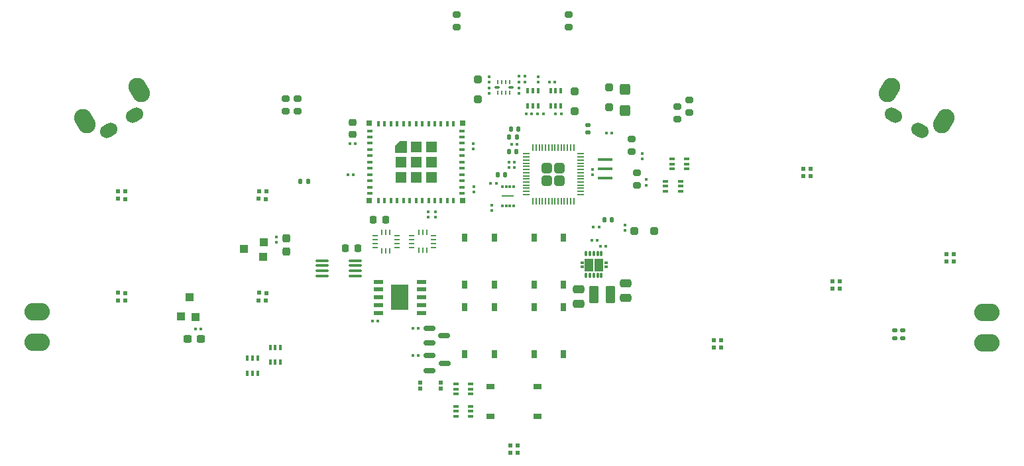
<source format=gbr>
%TF.GenerationSoftware,KiCad,Pcbnew,8.0.2*%
%TF.CreationDate,2024-06-18T23:34:14-07:00*%
%TF.ProjectId,UGC_Main,5547435f-4d61-4696-9e2e-6b696361645f,rev?*%
%TF.SameCoordinates,Original*%
%TF.FileFunction,Paste,Top*%
%TF.FilePolarity,Positive*%
%FSLAX46Y46*%
G04 Gerber Fmt 4.6, Leading zero omitted, Abs format (unit mm)*
G04 Created by KiCad (PCBNEW 8.0.2) date 2024-06-18 23:34:14*
%MOMM*%
%LPD*%
G01*
G04 APERTURE LIST*
G04 Aperture macros list*
%AMRoundRect*
0 Rectangle with rounded corners*
0 $1 Rounding radius*
0 $2 $3 $4 $5 $6 $7 $8 $9 X,Y pos of 4 corners*
0 Add a 4 corners polygon primitive as box body*
4,1,4,$2,$3,$4,$5,$6,$7,$8,$9,$2,$3,0*
0 Add four circle primitives for the rounded corners*
1,1,$1+$1,$2,$3*
1,1,$1+$1,$4,$5*
1,1,$1+$1,$6,$7*
1,1,$1+$1,$8,$9*
0 Add four rect primitives between the rounded corners*
20,1,$1+$1,$2,$3,$4,$5,0*
20,1,$1+$1,$4,$5,$6,$7,0*
20,1,$1+$1,$6,$7,$8,$9,0*
20,1,$1+$1,$8,$9,$2,$3,0*%
%AMHorizOval*
0 Thick line with rounded ends*
0 $1 width*
0 $2 $3 position (X,Y) of the first rounded end (center of the circle)*
0 $4 $5 position (X,Y) of the second rounded end (center of the circle)*
0 Add line between two ends*
20,1,$1,$2,$3,$4,$5,0*
0 Add two circle primitives to create the rounded ends*
1,1,$1,$2,$3*
1,1,$1,$4,$5*%
%AMRotRect*
0 Rectangle, with rotation*
0 The origin of the aperture is its center*
0 $1 length*
0 $2 width*
0 $3 Rotation angle, in degrees counterclockwise*
0 Add horizontal line*
21,1,$1,$2,0,0,$3*%
G04 Aperture macros list end*
%ADD10C,0.010000*%
%ADD11RoundRect,0.079500X0.100500X-0.079500X0.100500X0.079500X-0.100500X0.079500X-0.100500X-0.079500X0*%
%ADD12RoundRect,0.140000X-0.140000X-0.170000X0.140000X-0.170000X0.140000X0.170000X-0.140000X0.170000X0*%
%ADD13RoundRect,0.250000X0.475000X-0.250000X0.475000X0.250000X-0.475000X0.250000X-0.475000X-0.250000X0*%
%ADD14RoundRect,0.135000X0.185000X-0.135000X0.185000X0.135000X-0.185000X0.135000X-0.185000X-0.135000X0*%
%ADD15RoundRect,0.079500X-0.079500X-0.100500X0.079500X-0.100500X0.079500X0.100500X-0.079500X0.100500X0*%
%ADD16R,0.550000X0.500000*%
%ADD17RoundRect,0.079500X0.079500X0.100500X-0.079500X0.100500X-0.079500X-0.100500X0.079500X-0.100500X0*%
%ADD18RoundRect,0.200000X-0.275000X0.200000X-0.275000X-0.200000X0.275000X-0.200000X0.275000X0.200000X0*%
%ADD19RoundRect,0.200000X0.275000X-0.200000X0.275000X0.200000X-0.275000X0.200000X-0.275000X-0.200000X0*%
%ADD20RoundRect,0.250000X0.375000X0.850000X-0.375000X0.850000X-0.375000X-0.850000X0.375000X-0.850000X0*%
%ADD21RotRect,1.000000X1.000000X357.000000*%
%ADD22RoundRect,0.079500X-0.100500X0.079500X-0.100500X-0.079500X0.100500X-0.079500X0.100500X0.079500X0*%
%ADD23R,0.745000X0.280000*%
%ADD24R,0.280000X0.745000*%
%ADD25RoundRect,0.225000X-0.225000X-0.250000X0.225000X-0.250000X0.225000X0.250000X-0.225000X0.250000X0*%
%ADD26RoundRect,0.050000X0.075000X-0.225000X0.075000X0.225000X-0.075000X0.225000X-0.075000X-0.225000X0*%
%ADD27RoundRect,0.050000X0.050000X-0.225000X0.050000X0.225000X-0.050000X0.225000X-0.050000X-0.225000X0*%
%ADD28RoundRect,0.050000X0.250000X-0.100000X0.250000X0.100000X-0.250000X0.100000X-0.250000X-0.100000X0*%
%ADD29RoundRect,0.150000X-0.587500X-0.150000X0.587500X-0.150000X0.587500X0.150000X-0.587500X0.150000X0*%
%ADD30RoundRect,0.250000X-0.425000X0.450000X-0.425000X-0.450000X0.425000X-0.450000X0.425000X0.450000X0*%
%ADD31RoundRect,0.135000X-0.185000X0.135000X-0.185000X-0.135000X0.185000X-0.135000X0.185000X0.135000X0*%
%ADD32RotRect,0.550000X0.550000X357.000000*%
%ADD33R,1.300000X0.600000*%
%ADD34R,2.300000X3.200000*%
%ADD35RoundRect,0.140000X0.140000X0.170000X-0.140000X0.170000X-0.140000X-0.170000X0.140000X-0.170000X0*%
%ADD36R,0.550000X0.550000*%
%ADD37RoundRect,0.140000X-0.170000X0.140000X-0.170000X-0.140000X0.170000X-0.140000X0.170000X0.140000X0*%
%ADD38RoundRect,0.250000X-0.475000X0.250000X-0.475000X-0.250000X0.475000X-0.250000X0.475000X0.250000X0*%
%ADD39RoundRect,0.135000X-0.135000X-0.185000X0.135000X-0.185000X0.135000X0.185000X-0.135000X0.185000X0*%
%ADD40HorizOval,2.250000X-0.250000X0.433013X0.250000X-0.433013X0*%
%ADD41HorizOval,1.700000X0.259808X0.150000X-0.259808X-0.150000X0*%
%ADD42HorizOval,2.250000X-0.250000X-0.433013X0.250000X0.433013X0*%
%ADD43HorizOval,1.700000X0.259808X-0.150000X-0.259808X0.150000X0*%
%ADD44R,0.750000X1.000000*%
%ADD45RoundRect,0.100000X-0.225000X-0.100000X0.225000X-0.100000X0.225000X0.100000X-0.225000X0.100000X0*%
%ADD46RoundRect,0.249999X0.395001X-0.395001X0.395001X0.395001X-0.395001X0.395001X-0.395001X-0.395001X0*%
%ADD47RoundRect,0.050000X0.050000X-0.387500X0.050000X0.387500X-0.050000X0.387500X-0.050000X-0.387500X0*%
%ADD48RoundRect,0.050000X0.387500X-0.050000X0.387500X0.050000X-0.387500X0.050000X-0.387500X-0.050000X0*%
%ADD49RoundRect,0.250000X0.250000X-0.250000X0.250000X0.250000X-0.250000X0.250000X-0.250000X-0.250000X0*%
%ADD50RoundRect,0.100000X0.100000X-0.225000X0.100000X0.225000X-0.100000X0.225000X-0.100000X-0.225000X0*%
%ADD51RoundRect,0.100000X-0.712500X-0.100000X0.712500X-0.100000X0.712500X0.100000X-0.712500X0.100000X0*%
%ADD52RoundRect,0.100000X0.225000X0.100000X-0.225000X0.100000X-0.225000X-0.100000X0.225000X-0.100000X0*%
%ADD53R,1.000000X0.750000*%
%ADD54R,1.900000X0.400000*%
%ADD55RoundRect,0.237500X-0.300000X-0.237500X0.300000X-0.237500X0.300000X0.237500X-0.300000X0.237500X0*%
%ADD56RotRect,1.000000X1.000000X267.000000*%
%ADD57RoundRect,0.225000X0.250000X-0.225000X0.250000X0.225000X-0.250000X0.225000X-0.250000X-0.225000X0*%
%ADD58RoundRect,0.250000X-0.250000X0.250000X-0.250000X-0.250000X0.250000X-0.250000X0.250000X0.250000X0*%
%ADD59RoundRect,0.237500X0.237500X-0.300000X0.237500X0.300000X-0.237500X0.300000X-0.237500X-0.300000X0*%
%ADD60R,0.800000X0.400000*%
%ADD61R,0.400000X0.800000*%
%ADD62R,1.450000X1.450000*%
%ADD63R,0.700000X0.700000*%
%ADD64RoundRect,0.007200X0.112800X-0.292800X0.112800X0.292800X-0.112800X0.292800X-0.112800X-0.292800X0*%
%ADD65O,3.250000X2.250000*%
%ADD66RoundRect,0.250000X0.250000X0.250000X-0.250000X0.250000X-0.250000X-0.250000X0.250000X-0.250000X0*%
%ADD67R,0.300000X0.400000*%
%ADD68R,1.600000X0.200000*%
G04 APERTURE END LIST*
D10*
%TO.C,U1*%
X204711000Y-104629800D02*
X203261000Y-104629800D01*
X203261000Y-103779800D01*
X203861000Y-103179800D01*
X204711000Y-103179800D01*
X204711000Y-104629800D01*
G36*
X204711000Y-104629800D02*
G01*
X203261000Y-104629800D01*
X203261000Y-103779800D01*
X203861000Y-103179800D01*
X204711000Y-103179800D01*
X204711000Y-104629800D01*
G37*
%TO.C,U4*%
X227265400Y-118848600D02*
X226925400Y-118848600D01*
X226925400Y-118598600D01*
X227265400Y-118598600D01*
X227265400Y-118848600D01*
G36*
X227265400Y-118848600D02*
G01*
X226925400Y-118848600D01*
X226925400Y-118598600D01*
X227265400Y-118598600D01*
X227265400Y-118848600D01*
G37*
X227265400Y-119348600D02*
X226925400Y-119348600D01*
X226925400Y-119098600D01*
X227265400Y-119098600D01*
X227265400Y-119348600D01*
G36*
X227265400Y-119348600D02*
G01*
X226925400Y-119348600D01*
X226925400Y-119098600D01*
X227265400Y-119098600D01*
X227265400Y-119348600D01*
G37*
X228525400Y-119723600D02*
X227465400Y-119723600D01*
X227465400Y-118223600D01*
X228525400Y-118223600D01*
X228525400Y-119723600D01*
G36*
X228525400Y-119723600D02*
G01*
X227465400Y-119723600D01*
X227465400Y-118223600D01*
X228525400Y-118223600D01*
X228525400Y-119723600D01*
G37*
X229785400Y-119723600D02*
X228725400Y-119723600D01*
X228725400Y-118223600D01*
X229785400Y-118223600D01*
X229785400Y-119723600D01*
G36*
X229785400Y-119723600D02*
G01*
X228725400Y-119723600D01*
X228725400Y-118223600D01*
X229785400Y-118223600D01*
X229785400Y-119723600D01*
G37*
X230325400Y-118848600D02*
X229985400Y-118848600D01*
X229985400Y-118598600D01*
X230325400Y-118598600D01*
X230325400Y-118848600D01*
G36*
X230325400Y-118848600D02*
G01*
X229985400Y-118848600D01*
X229985400Y-118598600D01*
X230325400Y-118598600D01*
X230325400Y-118848600D01*
G37*
X230325400Y-119348600D02*
X229985400Y-119348600D01*
X229985400Y-119098600D01*
X230325400Y-119098600D01*
X230325400Y-119348600D01*
G36*
X230325400Y-119348600D02*
G01*
X229985400Y-119348600D01*
X229985400Y-119098600D01*
X230325400Y-119098600D01*
X230325400Y-119348600D01*
G37*
%TD*%
D11*
%TO.C,R30*%
X219049600Y-95595000D03*
X219049600Y-94905000D03*
%TD*%
D12*
%TO.C,C17*%
X229974200Y-113207800D03*
X230934200Y-113207800D03*
%TD*%
D13*
%TO.C,C4*%
X232714800Y-123251000D03*
X232714800Y-121351000D03*
%TD*%
D14*
%TO.C,R35*%
X268122400Y-128373600D03*
X268122400Y-127353600D03*
%TD*%
D15*
%TO.C,R1*%
X177759800Y-127203200D03*
X178449800Y-127203200D03*
%TD*%
D16*
%TO.C,SW16*%
X206451200Y-134048600D03*
X206451200Y-134848600D03*
X209101200Y-134048600D03*
X209101200Y-134848600D03*
%TD*%
D11*
%TO.C,R8*%
X213309200Y-109717400D03*
X213309200Y-109027400D03*
%TD*%
D17*
%TO.C,R5*%
X230926200Y-102108000D03*
X230236200Y-102108000D03*
%TD*%
D18*
%TO.C,R22*%
X225430000Y-86985000D03*
X225430000Y-88635000D03*
%TD*%
D19*
%TO.C,R38*%
X240817400Y-99529400D03*
X240817400Y-97879400D03*
%TD*%
D20*
%TO.C,L5*%
X230767200Y-122783600D03*
X228617200Y-122783600D03*
%TD*%
D21*
%TO.C,U3*%
X186371472Y-118009355D03*
X186470910Y-116111959D03*
X183924617Y-116929817D03*
%TD*%
D15*
%TO.C,R6*%
X217788900Y-106566900D03*
X218478900Y-106566900D03*
%TD*%
D11*
%TO.C,C15*%
X234797600Y-105424800D03*
X234797600Y-104734800D03*
%TD*%
D22*
%TO.C,R12*%
X228498400Y-106792200D03*
X228498400Y-107482200D03*
%TD*%
D23*
%TO.C,U10*%
X203487600Y-116777200D03*
X203487600Y-116277200D03*
X203487600Y-115777200D03*
X203487600Y-115277200D03*
D24*
X202589600Y-114879200D03*
X202089600Y-114879200D03*
X201589600Y-114879200D03*
D23*
X200691600Y-115277200D03*
X200691600Y-115777200D03*
X200691600Y-116277200D03*
X200691600Y-116777200D03*
D24*
X201589600Y-117175200D03*
X202089600Y-117175200D03*
X202589600Y-117175200D03*
%TD*%
D22*
%TO.C,C22*%
X215278400Y-96392800D03*
X215278400Y-97082800D03*
%TD*%
D25*
%TO.C,C12*%
X200494600Y-113233200D03*
X202044600Y-113233200D03*
%TD*%
D26*
%TO.C,U13*%
X216408000Y-96955600D03*
D27*
X216908000Y-96955600D03*
X217408000Y-96955600D03*
D26*
X217908000Y-96955600D03*
D28*
X218058000Y-96280600D03*
D26*
X217908000Y-95605600D03*
D27*
X217408000Y-95605600D03*
X216908000Y-95605600D03*
D26*
X216408000Y-95605600D03*
D28*
X216258000Y-96280600D03*
%TD*%
D29*
%TO.C,Q1*%
X207675000Y-127116800D03*
X207675000Y-129016800D03*
X209550000Y-128066800D03*
%TD*%
D17*
%TO.C,C11*%
X216170000Y-108550000D03*
X215480000Y-108550000D03*
%TD*%
D30*
%TO.C,C3*%
X232664000Y-96541600D03*
X232664000Y-99241600D03*
%TD*%
D18*
%TO.C,R21*%
X211140000Y-86965000D03*
X211140000Y-88615000D03*
%TD*%
D22*
%TO.C,R9*%
X213258400Y-103490200D03*
X213258400Y-104180200D03*
%TD*%
D31*
%TO.C,R34*%
X267106400Y-127353600D03*
X267106400Y-128373600D03*
%TD*%
D17*
%TO.C,R3*%
X230219870Y-116613394D03*
X229529870Y-116613394D03*
%TD*%
D32*
%TO.C,L2*%
X167834453Y-110533889D03*
X168783151Y-110583609D03*
X168832871Y-109634911D03*
X167884173Y-109585191D03*
%TD*%
D17*
%TO.C,R17*%
X206237400Y-130606800D03*
X205547400Y-130606800D03*
%TD*%
D18*
%TO.C,R37*%
X239293400Y-98743000D03*
X239293400Y-100393000D03*
%TD*%
D15*
%TO.C,R16*%
X205547400Y-127152400D03*
X206237400Y-127152400D03*
%TD*%
D33*
%TO.C,U12*%
X206617200Y-125164600D03*
X206617200Y-124164600D03*
X206617200Y-123164600D03*
X206617200Y-122164600D03*
X206617200Y-121164600D03*
X201117200Y-121164600D03*
X201117200Y-122164600D03*
X201117200Y-123164600D03*
X201117200Y-124164600D03*
X201117200Y-125164600D03*
D34*
X203867200Y-123164600D03*
%TD*%
D15*
%TO.C,R20*%
X197216200Y-107442000D03*
X197906200Y-107442000D03*
%TD*%
D35*
%TO.C,C8*%
X218818400Y-102666800D03*
X217858400Y-102666800D03*
%TD*%
D22*
%TO.C,C21*%
X219049600Y-96378200D03*
X219049600Y-97068200D03*
%TD*%
D32*
%TO.C,L1*%
X185834453Y-110533889D03*
X186783151Y-110583609D03*
X186832871Y-109634911D03*
X185884173Y-109585191D03*
%TD*%
D36*
%TO.C,L12*%
X259158657Y-122059400D03*
X260108657Y-122059400D03*
X260108657Y-121109400D03*
X259158657Y-121109400D03*
%TD*%
D17*
%TO.C,R25*%
X222188600Y-99720400D03*
X221498600Y-99720400D03*
%TD*%
D37*
%TO.C,C5*%
X227914200Y-101094600D03*
X227914200Y-102054600D03*
%TD*%
D19*
%TO.C,R36*%
X189255400Y-99377000D03*
X189255400Y-97727000D03*
%TD*%
D38*
%TO.C,C23*%
X226720400Y-122087600D03*
X226720400Y-123987600D03*
%TD*%
D39*
%TO.C,R11*%
X191107600Y-108356400D03*
X192127600Y-108356400D03*
%TD*%
D18*
%TO.C,R4*%
X190804800Y-97727000D03*
X190804800Y-99377000D03*
%TD*%
D22*
%TO.C,R18*%
X208381600Y-112227800D03*
X208381600Y-112917800D03*
%TD*%
%TO.C,R29*%
X215278400Y-94919600D03*
X215278400Y-95609600D03*
%TD*%
D40*
%TO.C,SW7*%
X163618112Y-100644336D03*
X170546316Y-96644336D03*
D41*
X166643465Y-101784400D03*
X170020963Y-99834400D03*
%TD*%
D42*
%TO.C,SW8*%
X266420998Y-96644336D03*
X273349202Y-100644336D03*
D43*
X266946351Y-99834400D03*
X270323849Y-101784400D03*
%TD*%
D44*
%TO.C,SW17*%
X215921157Y-115516400D03*
X215921157Y-121516400D03*
X212171157Y-115516400D03*
X212171157Y-121516400D03*
%TD*%
D17*
%TO.C,C6*%
X218835800Y-103581200D03*
X218145800Y-103581200D03*
%TD*%
D11*
%TO.C,R19*%
X207518000Y-112933000D03*
X207518000Y-112243000D03*
%TD*%
D25*
%TO.C,C13*%
X196938600Y-116840000D03*
X198488600Y-116840000D03*
%TD*%
D15*
%TO.C,R23*%
X223784600Y-99720400D03*
X224474600Y-99720400D03*
%TD*%
D22*
%TO.C,R28*%
X221538800Y-94955800D03*
X221538800Y-95645800D03*
%TD*%
D11*
%TO.C,R10*%
X215595200Y-112079600D03*
X215595200Y-111389600D03*
%TD*%
D45*
%TO.C,D13*%
X211038400Y-137080900D03*
X211038400Y-137730900D03*
X211038400Y-138380900D03*
X212938400Y-138380900D03*
X212938400Y-137730900D03*
X212938400Y-137080900D03*
%TD*%
D46*
%TO.C,U8*%
X222684800Y-108208100D03*
X224284800Y-108208100D03*
X222684800Y-106608100D03*
X224284800Y-106608100D03*
D47*
X220884800Y-110845600D03*
X221284800Y-110845600D03*
X221684800Y-110845600D03*
X222084800Y-110845600D03*
X222484800Y-110845600D03*
X222884800Y-110845600D03*
X223284800Y-110845600D03*
X223684800Y-110845600D03*
X224084800Y-110845600D03*
X224484800Y-110845600D03*
X224884800Y-110845600D03*
X225284800Y-110845600D03*
X225684800Y-110845600D03*
X226084800Y-110845600D03*
D48*
X226922300Y-110008100D03*
X226922300Y-109608100D03*
X226922300Y-109208100D03*
X226922300Y-108808100D03*
X226922300Y-108408100D03*
X226922300Y-108008100D03*
X226922300Y-107608100D03*
X226922300Y-107208100D03*
X226922300Y-106808100D03*
X226922300Y-106408100D03*
X226922300Y-106008100D03*
X226922300Y-105608100D03*
X226922300Y-105208100D03*
X226922300Y-104808100D03*
D47*
X226084800Y-103970600D03*
X225684800Y-103970600D03*
X225284800Y-103970600D03*
X224884800Y-103970600D03*
X224484800Y-103970600D03*
X224084800Y-103970600D03*
X223684800Y-103970600D03*
X223284800Y-103970600D03*
X222884800Y-103970600D03*
X222484800Y-103970600D03*
X222084800Y-103970600D03*
X221684800Y-103970600D03*
X221284800Y-103970600D03*
X220884800Y-103970600D03*
D48*
X220047300Y-104808100D03*
X220047300Y-105208100D03*
X220047300Y-105608100D03*
X220047300Y-106008100D03*
X220047300Y-106408100D03*
X220047300Y-106808100D03*
X220047300Y-107208100D03*
X220047300Y-107608100D03*
X220047300Y-108008100D03*
X220047300Y-108408100D03*
X220047300Y-108808100D03*
X220047300Y-109208100D03*
X220047300Y-109608100D03*
X220047300Y-110008100D03*
%TD*%
D36*
%TO.C,L13*%
X273671617Y-118569002D03*
X274621617Y-118569002D03*
X274621617Y-117619002D03*
X273671617Y-117619002D03*
%TD*%
D15*
%TO.C,R7*%
X217788900Y-105855700D03*
X218478900Y-105855700D03*
%TD*%
%TO.C,R26*%
X222971800Y-95656400D03*
X223661800Y-95656400D03*
%TD*%
D32*
%TO.C,L4*%
X185834453Y-123533889D03*
X186783151Y-123583609D03*
X186832871Y-122634911D03*
X185884173Y-122585191D03*
%TD*%
D18*
%TO.C,R14*%
X234188000Y-107226600D03*
X234188000Y-108876600D03*
%TD*%
D49*
%TO.C,D2*%
X213868000Y-97820800D03*
X213868000Y-95320800D03*
%TD*%
D50*
%TO.C,D8*%
X184414400Y-132842000D03*
X185064400Y-132842000D03*
X185714400Y-132842000D03*
X185714400Y-130942000D03*
X185064400Y-130942000D03*
X184414400Y-130942000D03*
%TD*%
D12*
%TO.C,C10*%
X217779600Y-104495600D03*
X218739600Y-104495600D03*
%TD*%
D51*
%TO.C,U6*%
X193924700Y-118455800D03*
X193924700Y-119105800D03*
X193924700Y-119755800D03*
X193924700Y-120405800D03*
X198149700Y-120405800D03*
X198149700Y-119755800D03*
X198149700Y-119105800D03*
X198149700Y-118455800D03*
%TD*%
D17*
%TO.C,C16*%
X229300600Y-114198400D03*
X228610600Y-114198400D03*
%TD*%
%TO.C,C18*%
X201030400Y-126161800D03*
X200340400Y-126161800D03*
%TD*%
%TO.C,R24*%
X220715400Y-99720400D03*
X220025400Y-99720400D03*
%TD*%
D52*
%TO.C,D5*%
X240527800Y-106745800D03*
X240527800Y-106095800D03*
X240527800Y-105445800D03*
X238627800Y-105445800D03*
X238627800Y-106095800D03*
X238627800Y-106745800D03*
%TD*%
D53*
%TO.C,SW5*%
X221483657Y-138353800D03*
X215483657Y-138353800D03*
X221483657Y-134603800D03*
X215483657Y-134603800D03*
%TD*%
D11*
%TO.C,R2*%
X188112400Y-116118200D03*
X188112400Y-115428200D03*
%TD*%
D54*
%TO.C,Y1*%
X230073200Y-107905400D03*
X230073200Y-106705400D03*
X230073200Y-105505400D03*
%TD*%
D45*
%TO.C,D12*%
X211038400Y-134221000D03*
X211038400Y-134871000D03*
X211038400Y-135521000D03*
X212938400Y-135521000D03*
X212938400Y-134871000D03*
X212938400Y-134221000D03*
%TD*%
D55*
%TO.C,C1*%
X176734300Y-128473200D03*
X178459300Y-128473200D03*
%TD*%
D56*
%TO.C,U2*%
X175908707Y-125622210D03*
X177806103Y-125721648D03*
X176988245Y-123175355D03*
%TD*%
D44*
%TO.C,SW18*%
X221046157Y-130391400D03*
X221046157Y-124391400D03*
X224796157Y-130391400D03*
X224796157Y-124391400D03*
%TD*%
D35*
%TO.C,C7*%
X219021600Y-101650800D03*
X218061600Y-101650800D03*
%TD*%
D36*
%TO.C,L10*%
X243982313Y-129617540D03*
X244932313Y-129617540D03*
X244932313Y-128667540D03*
X243982313Y-128667540D03*
%TD*%
D57*
%TO.C,C19*%
X197866000Y-102324200D03*
X197866000Y-100774200D03*
%TD*%
D22*
%TO.C,R27*%
X219862400Y-94905000D03*
X219862400Y-95595000D03*
%TD*%
D15*
%TO.C,C20*%
X197521000Y-103479600D03*
X198211000Y-103479600D03*
%TD*%
D58*
%TO.C,D10*%
X226212400Y-96844800D03*
X226212400Y-99344800D03*
%TD*%
D59*
%TO.C,C2*%
X189382400Y-117296100D03*
X189382400Y-115571100D03*
%TD*%
D44*
%TO.C,SW19*%
X215921157Y-124391400D03*
X215921157Y-130391400D03*
X212171157Y-124391400D03*
X212171157Y-130391400D03*
%TD*%
D50*
%TO.C,D11*%
X187310000Y-131455200D03*
X187960000Y-131455200D03*
X188610000Y-131455200D03*
X188610000Y-129555200D03*
X187960000Y-129555200D03*
X187310000Y-129555200D03*
%TD*%
D29*
%TO.C,Q2*%
X207698100Y-130622000D03*
X207698100Y-132522000D03*
X209573100Y-131572000D03*
%TD*%
D60*
%TO.C,U1*%
X200036000Y-101854800D03*
X200036000Y-102654800D03*
X200036000Y-103454800D03*
X200036000Y-104254800D03*
X200036000Y-105054800D03*
X200036000Y-105854800D03*
X200036000Y-106654800D03*
X200036000Y-107454800D03*
X200036000Y-108254800D03*
X200036000Y-109054800D03*
X200036000Y-109854800D03*
D61*
X201136000Y-110754800D03*
X201936000Y-110754800D03*
X202736000Y-110754800D03*
X203536000Y-110754800D03*
X204336000Y-110754800D03*
X205136000Y-110754800D03*
X205936000Y-110754800D03*
X206736000Y-110754800D03*
X207536000Y-110754800D03*
X208336000Y-110754800D03*
X209136000Y-110754800D03*
X209936000Y-110754800D03*
X210736000Y-110754800D03*
D60*
X211836000Y-109854800D03*
X211836000Y-109054800D03*
X211836000Y-108254800D03*
X211836000Y-107454800D03*
X211836000Y-106654800D03*
X211836000Y-105854800D03*
X211836000Y-105054800D03*
X211836000Y-104254800D03*
X211836000Y-103454800D03*
X211836000Y-102654800D03*
X211836000Y-101854800D03*
D61*
X210736000Y-100954800D03*
X209936000Y-100954800D03*
X209136000Y-100954800D03*
X208336000Y-100954800D03*
X207536000Y-100954800D03*
X206736000Y-100954800D03*
X205936000Y-100954800D03*
X205136000Y-100954800D03*
X204336000Y-100954800D03*
X203536000Y-100954800D03*
X202736000Y-100954800D03*
X201936000Y-100954800D03*
X201136000Y-100954800D03*
D62*
X205936000Y-105854800D03*
D63*
X211886000Y-100904800D03*
X211886000Y-110804800D03*
X199986000Y-110804800D03*
X199986000Y-100904800D03*
D62*
X203986000Y-105854800D03*
X203986000Y-107804800D03*
X205936000Y-107804800D03*
X207886000Y-107804800D03*
X207886000Y-105854800D03*
X207886000Y-103904800D03*
X205936000Y-103904800D03*
%TD*%
D15*
%TO.C,C24*%
X228406576Y-115848352D03*
X229096576Y-115848352D03*
%TD*%
D18*
%TO.C,R13*%
X233476800Y-102883200D03*
X233476800Y-104533200D03*
%TD*%
D22*
%TO.C,C14*%
X235356400Y-108113000D03*
X235356400Y-108803000D03*
%TD*%
D36*
%TO.C,L11*%
X255416532Y-107687626D03*
X256366532Y-107687626D03*
X256366532Y-106737626D03*
X255416532Y-106737626D03*
%TD*%
D12*
%TO.C,C9*%
X216390000Y-107450000D03*
X217350000Y-107450000D03*
%TD*%
D11*
%TO.C,R15*%
X232613200Y-114594200D03*
X232613200Y-113904200D03*
%TD*%
D23*
%TO.C,U5*%
X208178400Y-116763800D03*
X208178400Y-116263800D03*
X208178400Y-115763800D03*
X208178400Y-115263800D03*
D24*
X207280400Y-114865800D03*
X206780400Y-114865800D03*
X206280400Y-114865800D03*
D23*
X205382400Y-115263800D03*
X205382400Y-115763800D03*
X205382400Y-116263800D03*
X205382400Y-116763800D03*
D24*
X206280400Y-117161800D03*
X206780400Y-117161800D03*
X207280400Y-117161800D03*
%TD*%
D64*
%TO.C,U4*%
X227625400Y-120373600D03*
X228125400Y-120373600D03*
X228625400Y-120373600D03*
X229125400Y-120373600D03*
X229625400Y-120373600D03*
X229625400Y-117573600D03*
X229125400Y-117573600D03*
X228625400Y-117573600D03*
X228125400Y-117573600D03*
X227625400Y-117573600D03*
%TD*%
D65*
%TO.C,J3*%
X278888300Y-128960400D03*
X278888300Y-125060400D03*
%TD*%
D50*
%TO.C,Q4*%
X220228400Y-98638400D03*
X220878400Y-98638400D03*
X221528400Y-98638400D03*
X221528400Y-96738400D03*
X220878400Y-96738400D03*
X220228400Y-96738400D03*
%TD*%
D65*
%TO.C,J2*%
X157534500Y-124999200D03*
X157534500Y-128899200D03*
%TD*%
D44*
%TO.C,SW9*%
X221046157Y-121516400D03*
X221046157Y-115516400D03*
X224796157Y-121516400D03*
X224796157Y-115516400D03*
%TD*%
D32*
%TO.C,L3*%
X167834453Y-123533889D03*
X168783151Y-123583609D03*
X168832871Y-122634911D03*
X167884173Y-122585191D03*
%TD*%
D49*
%TO.C,D9*%
X230581200Y-98836800D03*
X230581200Y-96336800D03*
%TD*%
D50*
%TO.C,Q3*%
X223124000Y-98638400D03*
X223774000Y-98638400D03*
X224424000Y-98638400D03*
X224424000Y-96738400D03*
X223774000Y-96738400D03*
X223124000Y-96738400D03*
%TD*%
D52*
%TO.C,D4*%
X239710000Y-109605600D03*
X239710000Y-108955600D03*
X239710000Y-108305600D03*
X237810000Y-108305600D03*
X237810000Y-108955600D03*
X237810000Y-109605600D03*
%TD*%
D36*
%TO.C,L6*%
X218008657Y-143038600D03*
X218958657Y-143038600D03*
X218958657Y-142088600D03*
X218008657Y-142088600D03*
%TD*%
D66*
%TO.C,D1*%
X236352400Y-114706400D03*
X233852400Y-114706400D03*
%TD*%
D67*
%TO.C,U9*%
X216939993Y-111424008D03*
X217439993Y-111424008D03*
X217939993Y-111424008D03*
X218439993Y-111424008D03*
X218439993Y-109024008D03*
X217939993Y-109024008D03*
X217439993Y-109024008D03*
X216939993Y-109024008D03*
D68*
X217689993Y-110224008D03*
%TD*%
M02*

</source>
